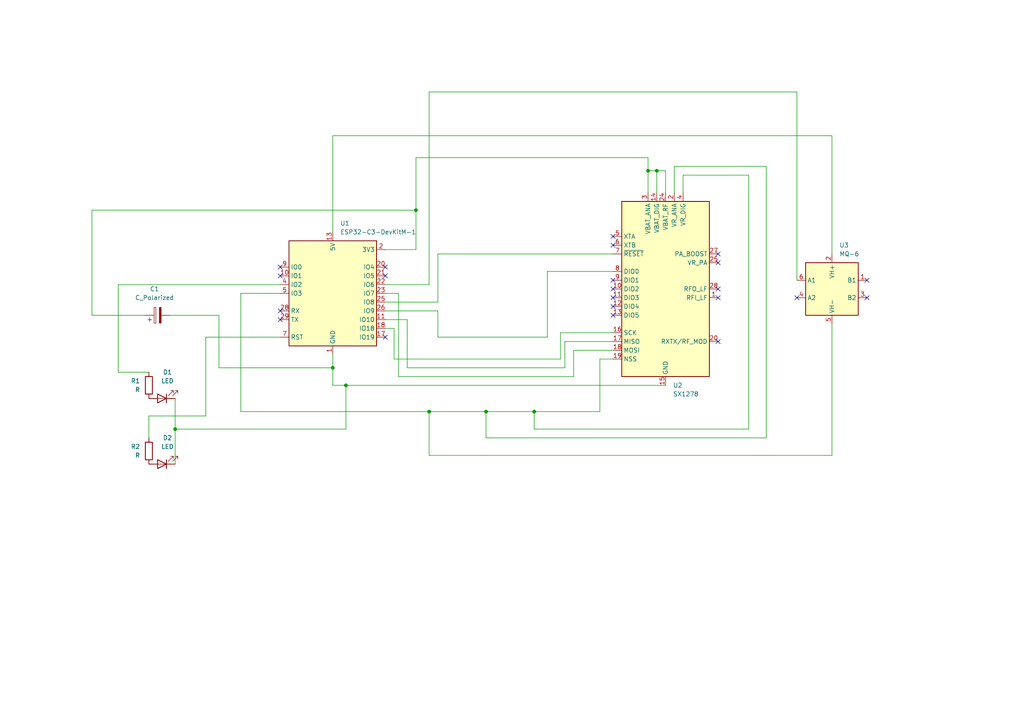
<source format=kicad_sch>
(kicad_sch
	(version 20250114)
	(generator "eeschema")
	(generator_version "9.0")
	(uuid "a9b1eb6c-1887-43d9-a23c-7c079296b51e")
	(paper "A4")
	(title_block
		(date "2026-01-09")
	)
	(lib_symbols
		(symbol "Device:C_Polarized"
			(pin_numbers
				(hide yes)
			)
			(pin_names
				(offset 0.254)
			)
			(exclude_from_sim no)
			(in_bom yes)
			(on_board yes)
			(property "Reference" "C"
				(at 0.635 2.54 0)
				(effects
					(font
						(size 1.27 1.27)
					)
					(justify left)
				)
			)
			(property "Value" "C_Polarized"
				(at 0.635 -2.54 0)
				(effects
					(font
						(size 1.27 1.27)
					)
					(justify left)
				)
			)
			(property "Footprint" ""
				(at 0.9652 -3.81 0)
				(effects
					(font
						(size 1.27 1.27)
					)
					(hide yes)
				)
			)
			(property "Datasheet" "~"
				(at 0 0 0)
				(effects
					(font
						(size 1.27 1.27)
					)
					(hide yes)
				)
			)
			(property "Description" "Polarized capacitor"
				(at 0 0 0)
				(effects
					(font
						(size 1.27 1.27)
					)
					(hide yes)
				)
			)
			(property "ki_keywords" "cap capacitor"
				(at 0 0 0)
				(effects
					(font
						(size 1.27 1.27)
					)
					(hide yes)
				)
			)
			(property "ki_fp_filters" "CP_*"
				(at 0 0 0)
				(effects
					(font
						(size 1.27 1.27)
					)
					(hide yes)
				)
			)
			(symbol "C_Polarized_0_1"
				(rectangle
					(start -2.286 0.508)
					(end 2.286 1.016)
					(stroke
						(width 0)
						(type default)
					)
					(fill
						(type none)
					)
				)
				(polyline
					(pts
						(xy -1.778 2.286) (xy -0.762 2.286)
					)
					(stroke
						(width 0)
						(type default)
					)
					(fill
						(type none)
					)
				)
				(polyline
					(pts
						(xy -1.27 2.794) (xy -1.27 1.778)
					)
					(stroke
						(width 0)
						(type default)
					)
					(fill
						(type none)
					)
				)
				(rectangle
					(start 2.286 -0.508)
					(end -2.286 -1.016)
					(stroke
						(width 0)
						(type default)
					)
					(fill
						(type outline)
					)
				)
			)
			(symbol "C_Polarized_1_1"
				(pin passive line
					(at 0 3.81 270)
					(length 2.794)
					(name "~"
						(effects
							(font
								(size 1.27 1.27)
							)
						)
					)
					(number "1"
						(effects
							(font
								(size 1.27 1.27)
							)
						)
					)
				)
				(pin passive line
					(at 0 -3.81 90)
					(length 2.794)
					(name "~"
						(effects
							(font
								(size 1.27 1.27)
							)
						)
					)
					(number "2"
						(effects
							(font
								(size 1.27 1.27)
							)
						)
					)
				)
			)
			(embedded_fonts no)
		)
		(symbol "Device:LED"
			(pin_numbers
				(hide yes)
			)
			(pin_names
				(offset 1.016)
				(hide yes)
			)
			(exclude_from_sim no)
			(in_bom yes)
			(on_board yes)
			(property "Reference" "D"
				(at 0 2.54 0)
				(effects
					(font
						(size 1.27 1.27)
					)
				)
			)
			(property "Value" "LED"
				(at 0 -2.54 0)
				(effects
					(font
						(size 1.27 1.27)
					)
				)
			)
			(property "Footprint" ""
				(at 0 0 0)
				(effects
					(font
						(size 1.27 1.27)
					)
					(hide yes)
				)
			)
			(property "Datasheet" "~"
				(at 0 0 0)
				(effects
					(font
						(size 1.27 1.27)
					)
					(hide yes)
				)
			)
			(property "Description" "Light emitting diode"
				(at 0 0 0)
				(effects
					(font
						(size 1.27 1.27)
					)
					(hide yes)
				)
			)
			(property "Sim.Pins" "1=K 2=A"
				(at 0 0 0)
				(effects
					(font
						(size 1.27 1.27)
					)
					(hide yes)
				)
			)
			(property "ki_keywords" "LED diode"
				(at 0 0 0)
				(effects
					(font
						(size 1.27 1.27)
					)
					(hide yes)
				)
			)
			(property "ki_fp_filters" "LED* LED_SMD:* LED_THT:*"
				(at 0 0 0)
				(effects
					(font
						(size 1.27 1.27)
					)
					(hide yes)
				)
			)
			(symbol "LED_0_1"
				(polyline
					(pts
						(xy -3.048 -0.762) (xy -4.572 -2.286) (xy -3.81 -2.286) (xy -4.572 -2.286) (xy -4.572 -1.524)
					)
					(stroke
						(width 0)
						(type default)
					)
					(fill
						(type none)
					)
				)
				(polyline
					(pts
						(xy -1.778 -0.762) (xy -3.302 -2.286) (xy -2.54 -2.286) (xy -3.302 -2.286) (xy -3.302 -1.524)
					)
					(stroke
						(width 0)
						(type default)
					)
					(fill
						(type none)
					)
				)
				(polyline
					(pts
						(xy -1.27 0) (xy 1.27 0)
					)
					(stroke
						(width 0)
						(type default)
					)
					(fill
						(type none)
					)
				)
				(polyline
					(pts
						(xy -1.27 -1.27) (xy -1.27 1.27)
					)
					(stroke
						(width 0.254)
						(type default)
					)
					(fill
						(type none)
					)
				)
				(polyline
					(pts
						(xy 1.27 -1.27) (xy 1.27 1.27) (xy -1.27 0) (xy 1.27 -1.27)
					)
					(stroke
						(width 0.254)
						(type default)
					)
					(fill
						(type none)
					)
				)
			)
			(symbol "LED_1_1"
				(pin passive line
					(at -3.81 0 0)
					(length 2.54)
					(name "K"
						(effects
							(font
								(size 1.27 1.27)
							)
						)
					)
					(number "1"
						(effects
							(font
								(size 1.27 1.27)
							)
						)
					)
				)
				(pin passive line
					(at 3.81 0 180)
					(length 2.54)
					(name "A"
						(effects
							(font
								(size 1.27 1.27)
							)
						)
					)
					(number "2"
						(effects
							(font
								(size 1.27 1.27)
							)
						)
					)
				)
			)
			(embedded_fonts no)
		)
		(symbol "Device:R"
			(pin_numbers
				(hide yes)
			)
			(pin_names
				(offset 0)
			)
			(exclude_from_sim no)
			(in_bom yes)
			(on_board yes)
			(property "Reference" "R"
				(at 2.032 0 90)
				(effects
					(font
						(size 1.27 1.27)
					)
				)
			)
			(property "Value" "R"
				(at 0 0 90)
				(effects
					(font
						(size 1.27 1.27)
					)
				)
			)
			(property "Footprint" ""
				(at -1.778 0 90)
				(effects
					(font
						(size 1.27 1.27)
					)
					(hide yes)
				)
			)
			(property "Datasheet" "~"
				(at 0 0 0)
				(effects
					(font
						(size 1.27 1.27)
					)
					(hide yes)
				)
			)
			(property "Description" "Resistor"
				(at 0 0 0)
				(effects
					(font
						(size 1.27 1.27)
					)
					(hide yes)
				)
			)
			(property "ki_keywords" "R res resistor"
				(at 0 0 0)
				(effects
					(font
						(size 1.27 1.27)
					)
					(hide yes)
				)
			)
			(property "ki_fp_filters" "R_*"
				(at 0 0 0)
				(effects
					(font
						(size 1.27 1.27)
					)
					(hide yes)
				)
			)
			(symbol "R_0_1"
				(rectangle
					(start -1.016 -2.54)
					(end 1.016 2.54)
					(stroke
						(width 0.254)
						(type default)
					)
					(fill
						(type none)
					)
				)
			)
			(symbol "R_1_1"
				(pin passive line
					(at 0 3.81 270)
					(length 1.27)
					(name "~"
						(effects
							(font
								(size 1.27 1.27)
							)
						)
					)
					(number "1"
						(effects
							(font
								(size 1.27 1.27)
							)
						)
					)
				)
				(pin passive line
					(at 0 -3.81 90)
					(length 1.27)
					(name "~"
						(effects
							(font
								(size 1.27 1.27)
							)
						)
					)
					(number "2"
						(effects
							(font
								(size 1.27 1.27)
							)
						)
					)
				)
			)
			(embedded_fonts no)
		)
		(symbol "RF:SX1278"
			(exclude_from_sim no)
			(in_bom yes)
			(on_board yes)
			(property "Reference" "U"
				(at 13.97 24.13 0)
				(effects
					(font
						(size 1.27 1.27)
					)
					(justify left)
				)
			)
			(property "Value" "SX1278"
				(at 13.97 21.59 0)
				(effects
					(font
						(size 1.27 1.27)
					)
					(justify left)
				)
			)
			(property "Footprint" "Package_DFN_QFN:QFN-28-1EP_6x6mm_P0.65mm_EP4.8x4.8mm"
				(at 0 -7.62 0)
				(effects
					(font
						(size 1.27 1.27)
					)
					(hide yes)
				)
			)
			(property "Datasheet" "https://semtech.my.salesforce.com/sfc/p/#E0000000JelG/a/2R0000001Rbr/6EfVZUorrpoKFfvaF_Fkpgp5kzjiNyiAbqcpqh9qSjE"
				(at 0 -5.08 0)
				(effects
					(font
						(size 1.27 1.27)
					)
					(hide yes)
				)
			)
			(property "Description" "137 MHz to 525 MHz Low Power Long Range Transceiver, spreading factor from 6 to 12, LoRA, QFN-28"
				(at 0 0 0)
				(effects
					(font
						(size 1.27 1.27)
					)
					(hide yes)
				)
			)
			(property "ki_keywords" "low-power lora transceiver"
				(at 0 0 0)
				(effects
					(font
						(size 1.27 1.27)
					)
					(hide yes)
				)
			)
			(property "ki_fp_filters" "QFN*1EP*6x6mm*P0.65mm*"
				(at 0 0 0)
				(effects
					(font
						(size 1.27 1.27)
					)
					(hide yes)
				)
			)
			(symbol "SX1278_0_1"
				(rectangle
					(start -12.7 25.4)
					(end 12.7 -25.4)
					(stroke
						(width 0.254)
						(type default)
					)
					(fill
						(type background)
					)
				)
			)
			(symbol "SX1278_1_1"
				(pin bidirectional line
					(at -15.24 15.24 0)
					(length 2.54)
					(name "XTA"
						(effects
							(font
								(size 1.27 1.27)
							)
						)
					)
					(number "5"
						(effects
							(font
								(size 1.27 1.27)
							)
						)
					)
				)
				(pin bidirectional line
					(at -15.24 12.7 0)
					(length 2.54)
					(name "XTB"
						(effects
							(font
								(size 1.27 1.27)
							)
						)
					)
					(number "6"
						(effects
							(font
								(size 1.27 1.27)
							)
						)
					)
				)
				(pin input line
					(at -15.24 10.16 0)
					(length 2.54)
					(name "~{RESET}"
						(effects
							(font
								(size 1.27 1.27)
							)
						)
					)
					(number "7"
						(effects
							(font
								(size 1.27 1.27)
							)
						)
					)
				)
				(pin bidirectional line
					(at -15.24 5.08 0)
					(length 2.54)
					(name "DIO0"
						(effects
							(font
								(size 1.27 1.27)
							)
						)
					)
					(number "8"
						(effects
							(font
								(size 1.27 1.27)
							)
						)
					)
				)
				(pin bidirectional line
					(at -15.24 2.54 0)
					(length 2.54)
					(name "DIO1"
						(effects
							(font
								(size 1.27 1.27)
							)
						)
					)
					(number "9"
						(effects
							(font
								(size 1.27 1.27)
							)
						)
					)
				)
				(pin bidirectional line
					(at -15.24 0 0)
					(length 2.54)
					(name "DIO2"
						(effects
							(font
								(size 1.27 1.27)
							)
						)
					)
					(number "10"
						(effects
							(font
								(size 1.27 1.27)
							)
						)
					)
				)
				(pin bidirectional line
					(at -15.24 -2.54 0)
					(length 2.54)
					(name "DIO3"
						(effects
							(font
								(size 1.27 1.27)
							)
						)
					)
					(number "11"
						(effects
							(font
								(size 1.27 1.27)
							)
						)
					)
				)
				(pin bidirectional line
					(at -15.24 -5.08 0)
					(length 2.54)
					(name "DIO4"
						(effects
							(font
								(size 1.27 1.27)
							)
						)
					)
					(number "12"
						(effects
							(font
								(size 1.27 1.27)
							)
						)
					)
				)
				(pin bidirectional line
					(at -15.24 -7.62 0)
					(length 2.54)
					(name "DIO5"
						(effects
							(font
								(size 1.27 1.27)
							)
						)
					)
					(number "13"
						(effects
							(font
								(size 1.27 1.27)
							)
						)
					)
				)
				(pin input line
					(at -15.24 -12.7 0)
					(length 2.54)
					(name "SCK"
						(effects
							(font
								(size 1.27 1.27)
							)
						)
					)
					(number "16"
						(effects
							(font
								(size 1.27 1.27)
							)
						)
					)
				)
				(pin output line
					(at -15.24 -15.24 0)
					(length 2.54)
					(name "MISO"
						(effects
							(font
								(size 1.27 1.27)
							)
						)
					)
					(number "17"
						(effects
							(font
								(size 1.27 1.27)
							)
						)
					)
				)
				(pin input line
					(at -15.24 -17.78 0)
					(length 2.54)
					(name "MOSI"
						(effects
							(font
								(size 1.27 1.27)
							)
						)
					)
					(number "18"
						(effects
							(font
								(size 1.27 1.27)
							)
						)
					)
				)
				(pin input line
					(at -15.24 -20.32 0)
					(length 2.54)
					(name "NSS"
						(effects
							(font
								(size 1.27 1.27)
							)
						)
					)
					(number "19"
						(effects
							(font
								(size 1.27 1.27)
							)
						)
					)
				)
				(pin power_in line
					(at -5.08 27.94 270)
					(length 2.54)
					(name "VBAT_ANA"
						(effects
							(font
								(size 1.27 1.27)
							)
						)
					)
					(number "3"
						(effects
							(font
								(size 1.27 1.27)
							)
						)
					)
				)
				(pin power_in line
					(at -2.54 27.94 270)
					(length 2.54)
					(name "VBAT_DIG"
						(effects
							(font
								(size 1.27 1.27)
							)
						)
					)
					(number "14"
						(effects
							(font
								(size 1.27 1.27)
							)
						)
					)
				)
				(pin power_in line
					(at 0 27.94 270)
					(length 2.54)
					(name "VBAT_RF"
						(effects
							(font
								(size 1.27 1.27)
							)
						)
					)
					(number "24"
						(effects
							(font
								(size 1.27 1.27)
							)
						)
					)
				)
				(pin power_in line
					(at 0 -27.94 90)
					(length 2.54)
					(name "GND"
						(effects
							(font
								(size 1.27 1.27)
							)
						)
					)
					(number "15"
						(effects
							(font
								(size 1.27 1.27)
							)
						)
					)
				)
				(pin passive line
					(at 0 -27.94 90)
					(length 2.54)
					(hide yes)
					(name "GND"
						(effects
							(font
								(size 1.27 1.27)
							)
						)
					)
					(number "21"
						(effects
							(font
								(size 1.27 1.27)
							)
						)
					)
				)
				(pin passive line
					(at 0 -27.94 90)
					(length 2.54)
					(hide yes)
					(name "GND"
						(effects
							(font
								(size 1.27 1.27)
							)
						)
					)
					(number "22"
						(effects
							(font
								(size 1.27 1.27)
							)
						)
					)
				)
				(pin passive line
					(at 0 -27.94 90)
					(length 2.54)
					(hide yes)
					(name "GND"
						(effects
							(font
								(size 1.27 1.27)
							)
						)
					)
					(number "23"
						(effects
							(font
								(size 1.27 1.27)
							)
						)
					)
				)
				(pin passive line
					(at 0 -27.94 90)
					(length 2.54)
					(hide yes)
					(name "GND"
						(effects
							(font
								(size 1.27 1.27)
							)
						)
					)
					(number "26"
						(effects
							(font
								(size 1.27 1.27)
							)
						)
					)
				)
				(pin passive line
					(at 0 -27.94 90)
					(length 2.54)
					(hide yes)
					(name "GND"
						(effects
							(font
								(size 1.27 1.27)
							)
						)
					)
					(number "29"
						(effects
							(font
								(size 1.27 1.27)
							)
						)
					)
				)
				(pin power_in line
					(at 2.54 27.94 270)
					(length 2.54)
					(name "VR_ANA"
						(effects
							(font
								(size 1.27 1.27)
							)
						)
					)
					(number "2"
						(effects
							(font
								(size 1.27 1.27)
							)
						)
					)
				)
				(pin power_in line
					(at 5.08 27.94 270)
					(length 2.54)
					(name "VR_DIG"
						(effects
							(font
								(size 1.27 1.27)
							)
						)
					)
					(number "4"
						(effects
							(font
								(size 1.27 1.27)
							)
						)
					)
				)
				(pin power_out line
					(at 15.24 10.16 180)
					(length 2.54)
					(name "PA_BOOST"
						(effects
							(font
								(size 1.27 1.27)
							)
						)
					)
					(number "27"
						(effects
							(font
								(size 1.27 1.27)
							)
						)
					)
				)
				(pin power_out line
					(at 15.24 7.62 180)
					(length 2.54)
					(name "VR_PA"
						(effects
							(font
								(size 1.27 1.27)
							)
						)
					)
					(number "25"
						(effects
							(font
								(size 1.27 1.27)
							)
						)
					)
				)
				(pin output line
					(at 15.24 0 180)
					(length 2.54)
					(name "RFO_LF"
						(effects
							(font
								(size 1.27 1.27)
							)
						)
					)
					(number "28"
						(effects
							(font
								(size 1.27 1.27)
							)
						)
					)
				)
				(pin input line
					(at 15.24 -2.54 180)
					(length 2.54)
					(name "RFI_LF"
						(effects
							(font
								(size 1.27 1.27)
							)
						)
					)
					(number "1"
						(effects
							(font
								(size 1.27 1.27)
							)
						)
					)
				)
				(pin output line
					(at 15.24 -15.24 180)
					(length 2.54)
					(name "RXTX/RF_MOD"
						(effects
							(font
								(size 1.27 1.27)
							)
						)
					)
					(number "20"
						(effects
							(font
								(size 1.27 1.27)
							)
						)
					)
				)
			)
			(embedded_fonts no)
		)
		(symbol "RF_Module:ESP32-C3-DevKitM-1"
			(exclude_from_sim no)
			(in_bom yes)
			(on_board yes)
			(property "Reference" "U"
				(at 7.62 16.51 0)
				(effects
					(font
						(size 1.27 1.27)
					)
				)
			)
			(property "Value" "ESP32-C3-DevKitM-1"
				(at 11.684 -16.764 0)
				(effects
					(font
						(size 1.27 1.27)
					)
				)
			)
			(property "Footprint" "RF_Module:ESP32-C3-DevKitM-1"
				(at 0 -25.4 0)
				(effects
					(font
						(size 1.27 1.27)
					)
					(hide yes)
				)
			)
			(property "Datasheet" "https://docs.espressif.com/projects/esp-idf/en/latest/esp32c3/hw-reference/esp32c3/user-guide-devkitm-1.html"
				(at 0 -30.48 0)
				(effects
					(font
						(size 1.27 1.27)
					)
					(hide yes)
				)
			)
			(property "Description" "Development board featuring ESP32-C3-MINI-1 module"
				(at 0 -27.94 0)
				(effects
					(font
						(size 1.27 1.27)
					)
					(hide yes)
				)
			)
			(property "ki_keywords" "riscv wifi bluetooth ble"
				(at 0 0 0)
				(effects
					(font
						(size 1.27 1.27)
					)
					(hide yes)
				)
			)
			(property "ki_fp_filters" "*ESP32?C3?DevKitM?1*"
				(at 0 0 0)
				(effects
					(font
						(size 1.27 1.27)
					)
					(hide yes)
				)
			)
			(symbol "ESP32-C3-DevKitM-1_1_1"
				(rectangle
					(start -12.7 15.24)
					(end 12.7 -15.24)
					(stroke
						(width 0.254)
						(type default)
					)
					(fill
						(type background)
					)
				)
				(pin bidirectional line
					(at -15.24 7.62 0)
					(length 2.54)
					(name "IO0"
						(effects
							(font
								(size 1.27 1.27)
							)
						)
					)
					(number "9"
						(effects
							(font
								(size 1.27 1.27)
							)
						)
					)
					(alternate "ADC1_CH0" passive line)
					(alternate "XTAL_32K_P" passive line)
				)
				(pin bidirectional line
					(at -15.24 5.08 0)
					(length 2.54)
					(name "IO1"
						(effects
							(font
								(size 1.27 1.27)
							)
						)
					)
					(number "10"
						(effects
							(font
								(size 1.27 1.27)
							)
						)
					)
					(alternate "ADC1_CH1" passive line)
					(alternate "XTAL_32K_N" passive line)
				)
				(pin bidirectional line
					(at -15.24 2.54 0)
					(length 2.54)
					(name "IO2"
						(effects
							(font
								(size 1.27 1.27)
							)
						)
					)
					(number "4"
						(effects
							(font
								(size 1.27 1.27)
							)
						)
					)
					(alternate "ADC1_CH0" passive line)
					(alternate "FSPIQ" passive line)
				)
				(pin bidirectional line
					(at -15.24 0 0)
					(length 2.54)
					(name "IO3"
						(effects
							(font
								(size 1.27 1.27)
							)
						)
					)
					(number "5"
						(effects
							(font
								(size 1.27 1.27)
							)
						)
					)
					(alternate "ADC1_CH3" passive line)
				)
				(pin input line
					(at -15.24 -5.08 0)
					(length 2.54)
					(name "RX"
						(effects
							(font
								(size 1.27 1.27)
							)
						)
					)
					(number "28"
						(effects
							(font
								(size 1.27 1.27)
							)
						)
					)
					(alternate "IO20" passive line)
				)
				(pin output line
					(at -15.24 -7.62 0)
					(length 2.54)
					(name "TX"
						(effects
							(font
								(size 1.27 1.27)
							)
						)
					)
					(number "29"
						(effects
							(font
								(size 1.27 1.27)
							)
						)
					)
					(alternate "IO21" passive line)
				)
				(pin input line
					(at -15.24 -12.7 0)
					(length 2.54)
					(name "RST"
						(effects
							(font
								(size 1.27 1.27)
							)
						)
					)
					(number "7"
						(effects
							(font
								(size 1.27 1.27)
							)
						)
					)
				)
				(pin passive line
					(at 0 17.78 270)
					(length 2.54)
					(name "5V"
						(effects
							(font
								(size 1.27 1.27)
							)
						)
					)
					(number "13"
						(effects
							(font
								(size 1.27 1.27)
							)
						)
					)
				)
				(pin passive line
					(at 0 17.78 270)
					(length 2.54)
					(hide yes)
					(name "5V"
						(effects
							(font
								(size 1.27 1.27)
							)
						)
					)
					(number "14"
						(effects
							(font
								(size 1.27 1.27)
							)
						)
					)
				)
				(pin power_in line
					(at 0 -17.78 90)
					(length 2.54)
					(name "GND"
						(effects
							(font
								(size 1.27 1.27)
							)
						)
					)
					(number "1"
						(effects
							(font
								(size 1.27 1.27)
							)
						)
					)
				)
				(pin passive line
					(at 0 -17.78 90)
					(length 2.54)
					(hide yes)
					(name "GND"
						(effects
							(font
								(size 1.27 1.27)
							)
						)
					)
					(number "12"
						(effects
							(font
								(size 1.27 1.27)
							)
						)
					)
				)
				(pin passive line
					(at 0 -17.78 90)
					(length 2.54)
					(hide yes)
					(name "GND"
						(effects
							(font
								(size 1.27 1.27)
							)
						)
					)
					(number "15"
						(effects
							(font
								(size 1.27 1.27)
							)
						)
					)
				)
				(pin passive line
					(at 0 -17.78 90)
					(length 2.54)
					(hide yes)
					(name "GND"
						(effects
							(font
								(size 1.27 1.27)
							)
						)
					)
					(number "16"
						(effects
							(font
								(size 1.27 1.27)
							)
						)
					)
				)
				(pin passive line
					(at 0 -17.78 90)
					(length 2.54)
					(hide yes)
					(name "GND"
						(effects
							(font
								(size 1.27 1.27)
							)
						)
					)
					(number "19"
						(effects
							(font
								(size 1.27 1.27)
							)
						)
					)
				)
				(pin passive line
					(at 0 -17.78 90)
					(length 2.54)
					(hide yes)
					(name "GND"
						(effects
							(font
								(size 1.27 1.27)
							)
						)
					)
					(number "24"
						(effects
							(font
								(size 1.27 1.27)
							)
						)
					)
				)
				(pin passive line
					(at 0 -17.78 90)
					(length 2.54)
					(hide yes)
					(name "GND"
						(effects
							(font
								(size 1.27 1.27)
							)
						)
					)
					(number "27"
						(effects
							(font
								(size 1.27 1.27)
							)
						)
					)
				)
				(pin passive line
					(at 0 -17.78 90)
					(length 2.54)
					(hide yes)
					(name "GND"
						(effects
							(font
								(size 1.27 1.27)
							)
						)
					)
					(number "30"
						(effects
							(font
								(size 1.27 1.27)
							)
						)
					)
				)
				(pin passive line
					(at 0 -17.78 90)
					(length 2.54)
					(hide yes)
					(name "GND"
						(effects
							(font
								(size 1.27 1.27)
							)
						)
					)
					(number "6"
						(effects
							(font
								(size 1.27 1.27)
							)
						)
					)
				)
				(pin passive line
					(at 0 -17.78 90)
					(length 2.54)
					(hide yes)
					(name "GND"
						(effects
							(font
								(size 1.27 1.27)
							)
						)
					)
					(number "8"
						(effects
							(font
								(size 1.27 1.27)
							)
						)
					)
				)
				(pin power_out line
					(at 15.24 12.7 180)
					(length 2.54)
					(name "3V3"
						(effects
							(font
								(size 1.27 1.27)
							)
						)
					)
					(number "2"
						(effects
							(font
								(size 1.27 1.27)
							)
						)
					)
				)
				(pin passive line
					(at 15.24 12.7 180)
					(length 2.54)
					(hide yes)
					(name "3V3"
						(effects
							(font
								(size 1.27 1.27)
							)
						)
					)
					(number "3"
						(effects
							(font
								(size 1.27 1.27)
							)
						)
					)
				)
				(pin bidirectional line
					(at 15.24 7.62 180)
					(length 2.54)
					(name "IO4"
						(effects
							(font
								(size 1.27 1.27)
							)
						)
					)
					(number "20"
						(effects
							(font
								(size 1.27 1.27)
							)
						)
					)
					(alternate "ADC1_CH4" passive line)
					(alternate "FSPIHD" passive line)
					(alternate "MTMS" passive line)
				)
				(pin bidirectional line
					(at 15.24 5.08 180)
					(length 2.54)
					(name "IO5"
						(effects
							(font
								(size 1.27 1.27)
							)
						)
					)
					(number "21"
						(effects
							(font
								(size 1.27 1.27)
							)
						)
					)
					(alternate "ADC2_CH0" passive line)
					(alternate "FSPIWP" passive line)
					(alternate "MTDI" passive line)
				)
				(pin bidirectional line
					(at 15.24 2.54 180)
					(length 2.54)
					(name "IO6"
						(effects
							(font
								(size 1.27 1.27)
							)
						)
					)
					(number "22"
						(effects
							(font
								(size 1.27 1.27)
							)
						)
					)
					(alternate "FSPICLK" passive line)
					(alternate "MTCK" passive line)
				)
				(pin bidirectional line
					(at 15.24 0 180)
					(length 2.54)
					(name "IO7"
						(effects
							(font
								(size 1.27 1.27)
							)
						)
					)
					(number "23"
						(effects
							(font
								(size 1.27 1.27)
							)
						)
					)
					(alternate "FSPID" passive line)
					(alternate "MTDO" passive line)
				)
				(pin bidirectional line
					(at 15.24 -2.54 180)
					(length 2.54)
					(name "IO8"
						(effects
							(font
								(size 1.27 1.27)
							)
						)
					)
					(number "25"
						(effects
							(font
								(size 1.27 1.27)
							)
						)
					)
				)
				(pin bidirectional line
					(at 15.24 -5.08 180)
					(length 2.54)
					(name "IO9"
						(effects
							(font
								(size 1.27 1.27)
							)
						)
					)
					(number "26"
						(effects
							(font
								(size 1.27 1.27)
							)
						)
					)
				)
				(pin bidirectional line
					(at 15.24 -7.62 180)
					(length 2.54)
					(name "IO10"
						(effects
							(font
								(size 1.27 1.27)
							)
						)
					)
					(number "11"
						(effects
							(font
								(size 1.27 1.27)
							)
						)
					)
					(alternate "FSPICS0" passive line)
				)
				(pin bidirectional line
					(at 15.24 -10.16 180)
					(length 2.54)
					(name "IO18"
						(effects
							(font
								(size 1.27 1.27)
							)
						)
					)
					(number "18"
						(effects
							(font
								(size 1.27 1.27)
							)
						)
					)
					(alternate "USB_D-" passive line)
				)
				(pin bidirectional line
					(at 15.24 -12.7 180)
					(length 2.54)
					(name "IO19"
						(effects
							(font
								(size 1.27 1.27)
							)
						)
					)
					(number "17"
						(effects
							(font
								(size 1.27 1.27)
							)
						)
					)
					(alternate "USB_D+" passive line)
				)
			)
			(embedded_fonts no)
		)
		(symbol "Sensor_Gas:MQ-6"
			(exclude_from_sim no)
			(in_bom yes)
			(on_board yes)
			(property "Reference" "U"
				(at -6.35 8.89 0)
				(effects
					(font
						(size 1.27 1.27)
					)
				)
			)
			(property "Value" "MQ-6"
				(at 3.81 8.89 0)
				(effects
					(font
						(size 1.27 1.27)
					)
				)
			)
			(property "Footprint" "Sensor:MQ-6"
				(at 1.27 -11.43 0)
				(effects
					(font
						(size 1.27 1.27)
					)
					(hide yes)
				)
			)
			(property "Datasheet" "https://www.winsen-sensor.com/d/files/semiconductor/mq-6.pdf"
				(at 0 6.35 0)
				(effects
					(font
						(size 1.27 1.27)
					)
					(hide yes)
				)
			)
			(property "Description" "Semiconductor Sensor for Flammable Gas"
				(at 0 0 0)
				(effects
					(font
						(size 1.27 1.27)
					)
					(hide yes)
				)
			)
			(property "ki_keywords" "flammable gas sensor LPG"
				(at 0 0 0)
				(effects
					(font
						(size 1.27 1.27)
					)
					(hide yes)
				)
			)
			(property "ki_fp_filters" "*MQ*6*"
				(at 0 0 0)
				(effects
					(font
						(size 1.27 1.27)
					)
					(hide yes)
				)
			)
			(symbol "MQ-6_0_1"
				(rectangle
					(start -7.62 7.62)
					(end 7.62 -7.62)
					(stroke
						(width 0.254)
						(type default)
					)
					(fill
						(type background)
					)
				)
			)
			(symbol "MQ-6_1_1"
				(pin passive line
					(at -10.16 2.54 0)
					(length 2.54)
					(name "A1"
						(effects
							(font
								(size 1.27 1.27)
							)
						)
					)
					(number "6"
						(effects
							(font
								(size 1.27 1.27)
							)
						)
					)
				)
				(pin passive line
					(at -10.16 -2.54 0)
					(length 2.54)
					(name "A2"
						(effects
							(font
								(size 1.27 1.27)
							)
						)
					)
					(number "4"
						(effects
							(font
								(size 1.27 1.27)
							)
						)
					)
				)
				(pin power_in line
					(at 0 10.16 270)
					(length 2.54)
					(name "VH+"
						(effects
							(font
								(size 1.27 1.27)
							)
						)
					)
					(number "2"
						(effects
							(font
								(size 1.27 1.27)
							)
						)
					)
				)
				(pin power_in line
					(at 0 -10.16 90)
					(length 2.54)
					(name "VH-"
						(effects
							(font
								(size 1.27 1.27)
							)
						)
					)
					(number "5"
						(effects
							(font
								(size 1.27 1.27)
							)
						)
					)
				)
				(pin passive line
					(at 10.16 2.54 180)
					(length 2.54)
					(name "B1"
						(effects
							(font
								(size 1.27 1.27)
							)
						)
					)
					(number "1"
						(effects
							(font
								(size 1.27 1.27)
							)
						)
					)
				)
				(pin passive line
					(at 10.16 -2.54 180)
					(length 2.54)
					(name "B2"
						(effects
							(font
								(size 1.27 1.27)
							)
						)
					)
					(number "3"
						(effects
							(font
								(size 1.27 1.27)
							)
						)
					)
				)
			)
			(embedded_fonts no)
		)
	)
	(junction
		(at 154.94 119.38)
		(diameter 0)
		(color 0 0 0 0)
		(uuid "23d288e4-67ad-4fba-b301-03da6eaee9ad")
	)
	(junction
		(at 140.97 119.38)
		(diameter 0)
		(color 0 0 0 0)
		(uuid "4d7b7c88-2810-4565-a7cc-0e3bd2dceedf")
	)
	(junction
		(at 120.65 60.96)
		(diameter 0)
		(color 0 0 0 0)
		(uuid "66367d11-8043-4e3f-9e90-9ba9a0ea5a5f")
	)
	(junction
		(at 50.8 124.46)
		(diameter 0)
		(color 0 0 0 0)
		(uuid "66da4b71-62c5-4bd1-977c-1a92328e52bf")
	)
	(junction
		(at 187.96 49.53)
		(diameter 0)
		(color 0 0 0 0)
		(uuid "88a09ae7-af53-42e7-a3a7-4adada17b04c")
	)
	(junction
		(at 96.52 106.68)
		(diameter 0)
		(color 0 0 0 0)
		(uuid "987e7228-af01-4b98-b477-140875f35e01")
	)
	(junction
		(at 190.5 49.53)
		(diameter 0)
		(color 0 0 0 0)
		(uuid "9ce93b41-bc5a-4573-b6ab-12da79bb67a3")
	)
	(junction
		(at 124.46 119.38)
		(diameter 0)
		(color 0 0 0 0)
		(uuid "a14531b7-3d64-45fa-8a55-e8fe1c7bc4e2")
	)
	(junction
		(at 100.33 111.76)
		(diameter 0)
		(color 0 0 0 0)
		(uuid "ed3b53a7-b92b-4734-a1a7-bc2aff1d8da1")
	)
	(no_connect
		(at 231.14 86.36)
		(uuid "0bef2e13-2ee0-4f7a-a264-521f067d931b")
	)
	(no_connect
		(at 208.28 99.06)
		(uuid "0c9fe169-5c78-46f0-844c-c5d84c9ebc35")
	)
	(no_connect
		(at 251.46 81.28)
		(uuid "13f65c5c-b18d-4587-9175-c7bf845000a6")
	)
	(no_connect
		(at 177.8 71.12)
		(uuid "142a9306-461b-4a5f-bcd2-9ca305e5f805")
	)
	(no_connect
		(at 81.28 77.47)
		(uuid "18525a9a-ba30-498a-97fb-1a3371d409cb")
	)
	(no_connect
		(at 177.8 91.44)
		(uuid "1e7123cc-135e-442c-a278-942938fd1399")
	)
	(no_connect
		(at 177.8 83.82)
		(uuid "2cb637ac-a947-4b83-aebf-8208b0f68c06")
	)
	(no_connect
		(at 177.8 68.58)
		(uuid "33cfc057-9407-410a-a301-d1e54b920bf9")
	)
	(no_connect
		(at 111.76 77.47)
		(uuid "3e0651c3-05cd-44c5-b9a6-20b5766e43fd")
	)
	(no_connect
		(at 111.76 97.79)
		(uuid "3e6ecd61-c479-4b5c-95e5-dbe4d0ca711e")
	)
	(no_connect
		(at 111.76 80.01)
		(uuid "44803d9c-68d3-4ca1-9e72-3df200f72a28")
	)
	(no_connect
		(at 251.46 86.36)
		(uuid "64e24fee-264f-4b3b-8c2b-e6d021aa58aa")
	)
	(no_connect
		(at 208.28 83.82)
		(uuid "6a859e38-e282-425e-a124-91ac19dd8662")
	)
	(no_connect
		(at 177.8 81.28)
		(uuid "95d491f5-d9dc-412c-9ec4-09372d42bb44")
	)
	(no_connect
		(at 177.8 86.36)
		(uuid "a7aa31df-db2b-474f-a811-55be9416f882")
	)
	(no_connect
		(at 81.28 90.17)
		(uuid "b60b9a38-9af5-4230-bacb-dc68ef6b9d52")
	)
	(no_connect
		(at 208.28 86.36)
		(uuid "ba08c6bc-6301-49bd-85ab-fd8bb8097ea9")
	)
	(no_connect
		(at 208.28 73.66)
		(uuid "be7a10d9-859c-4cbc-bdc5-09ea1768df90")
	)
	(no_connect
		(at 81.28 80.01)
		(uuid "d26b64ed-09e3-4a03-8de4-1820065aaab6")
	)
	(no_connect
		(at 177.8 88.9)
		(uuid "e0b61767-228d-4c9e-955a-86fabe6e0a78")
	)
	(no_connect
		(at 208.28 76.2)
		(uuid "e3270c7d-0ab3-4d4d-9008-948640fc4219")
	)
	(no_connect
		(at 81.28 92.71)
		(uuid "f51e4985-c041-4925-b5d5-d1333328ec76")
	)
	(wire
		(pts
			(xy 195.58 55.88) (xy 195.58 48.26)
		)
		(stroke
			(width 0)
			(type default)
		)
		(uuid "012f532c-a157-4662-84ef-fb073d85aa0c")
	)
	(wire
		(pts
			(xy 120.65 45.72) (xy 120.65 60.96)
		)
		(stroke
			(width 0)
			(type default)
		)
		(uuid "049fd36c-a0a0-4795-9618-812ec4e7a958")
	)
	(wire
		(pts
			(xy 118.11 92.71) (xy 111.76 92.71)
		)
		(stroke
			(width 0)
			(type default)
		)
		(uuid "05420c9b-5090-467f-8d24-5bfd873484fb")
	)
	(wire
		(pts
			(xy 177.8 101.6) (xy 166.37 101.6)
		)
		(stroke
			(width 0)
			(type default)
		)
		(uuid "067f2422-0473-4254-a9af-299f5c59f133")
	)
	(wire
		(pts
			(xy 59.69 97.79) (xy 59.69 120.65)
		)
		(stroke
			(width 0)
			(type default)
		)
		(uuid "06b6f26b-9bec-4b45-b4f7-5deb1e4713e6")
	)
	(wire
		(pts
			(xy 158.75 97.79) (xy 127 97.79)
		)
		(stroke
			(width 0)
			(type default)
		)
		(uuid "088a45e9-a784-4307-a977-cc51fa8a61dd")
	)
	(wire
		(pts
			(xy 124.46 119.38) (xy 69.85 119.38)
		)
		(stroke
			(width 0)
			(type default)
		)
		(uuid "09059b25-5193-4e78-a3cc-297142a1882b")
	)
	(wire
		(pts
			(xy 124.46 26.67) (xy 124.46 82.55)
		)
		(stroke
			(width 0)
			(type default)
		)
		(uuid "0b69e457-30ce-4793-866a-612d07d991f9")
	)
	(wire
		(pts
			(xy 190.5 49.53) (xy 187.96 49.53)
		)
		(stroke
			(width 0)
			(type default)
		)
		(uuid "16d79806-f001-4199-8df1-3521284cd7a9")
	)
	(wire
		(pts
			(xy 50.8 124.46) (xy 50.8 134.62)
		)
		(stroke
			(width 0)
			(type default)
		)
		(uuid "25ab53a5-3b83-4947-b779-4a3960cd9654")
	)
	(wire
		(pts
			(xy 124.46 132.08) (xy 124.46 119.38)
		)
		(stroke
			(width 0)
			(type default)
		)
		(uuid "25c3382b-9f48-485c-b523-21c7ab2395c5")
	)
	(wire
		(pts
			(xy 222.25 48.26) (xy 222.25 127)
		)
		(stroke
			(width 0)
			(type default)
		)
		(uuid "26cb19c8-c691-4b38-ad0a-256c26bb10ce")
	)
	(wire
		(pts
			(xy 217.17 124.46) (xy 154.94 124.46)
		)
		(stroke
			(width 0)
			(type default)
		)
		(uuid "28b5ccd8-9f0c-4323-8408-0edd1b29540a")
	)
	(wire
		(pts
			(xy 115.57 85.09) (xy 111.76 85.09)
		)
		(stroke
			(width 0)
			(type default)
		)
		(uuid "2e4037c8-e2e1-4db6-93f6-b122ea9e8eab")
	)
	(wire
		(pts
			(xy 43.18 120.65) (xy 43.18 127)
		)
		(stroke
			(width 0)
			(type default)
		)
		(uuid "30159b81-9202-41ce-8bb2-09e742479774")
	)
	(wire
		(pts
			(xy 198.12 55.88) (xy 198.12 50.8)
		)
		(stroke
			(width 0)
			(type default)
		)
		(uuid "30338049-6239-4300-a1f4-08d44b86125e")
	)
	(wire
		(pts
			(xy 100.33 124.46) (xy 100.33 111.76)
		)
		(stroke
			(width 0)
			(type default)
		)
		(uuid "3546aad5-bbb5-47f4-bd2d-fa28f574a26d")
	)
	(wire
		(pts
			(xy 69.85 119.38) (xy 69.85 85.09)
		)
		(stroke
			(width 0)
			(type default)
		)
		(uuid "35ac9017-57e6-47cd-8175-0fbe29484410")
	)
	(wire
		(pts
			(xy 127 90.17) (xy 111.76 90.17)
		)
		(stroke
			(width 0)
			(type default)
		)
		(uuid "3b3b60b5-cbb0-43eb-a529-c0780da6fcc6")
	)
	(wire
		(pts
			(xy 231.14 26.67) (xy 124.46 26.67)
		)
		(stroke
			(width 0)
			(type default)
		)
		(uuid "3f667755-b21b-437e-b1a0-5db2baa83a6e")
	)
	(wire
		(pts
			(xy 111.76 87.63) (xy 127 87.63)
		)
		(stroke
			(width 0)
			(type default)
		)
		(uuid "3fca4524-4ae9-4c83-8af3-2bb8fe7d3d3c")
	)
	(wire
		(pts
			(xy 120.65 60.96) (xy 120.65 72.39)
		)
		(stroke
			(width 0)
			(type default)
		)
		(uuid "409bd610-b537-46b2-ae50-b2f610d17863")
	)
	(wire
		(pts
			(xy 193.04 49.53) (xy 190.5 49.53)
		)
		(stroke
			(width 0)
			(type default)
		)
		(uuid "45023df6-1244-4f4f-8778-1ce78ac8db63")
	)
	(wire
		(pts
			(xy 158.75 78.74) (xy 158.75 97.79)
		)
		(stroke
			(width 0)
			(type default)
		)
		(uuid "464f8d3b-5449-496e-8b09-d80b3917ca33")
	)
	(wire
		(pts
			(xy 177.8 99.06) (xy 163.83 99.06)
		)
		(stroke
			(width 0)
			(type default)
		)
		(uuid "49fe8a36-a781-43a1-95e3-a0aa266a4fb9")
	)
	(wire
		(pts
			(xy 166.37 101.6) (xy 166.37 109.22)
		)
		(stroke
			(width 0)
			(type default)
		)
		(uuid "4f369de2-def9-4653-b818-5a4e07f33192")
	)
	(wire
		(pts
			(xy 154.94 124.46) (xy 154.94 119.38)
		)
		(stroke
			(width 0)
			(type default)
		)
		(uuid "53bd2f49-6f87-4008-b3c5-251a8e11dfe3")
	)
	(wire
		(pts
			(xy 193.04 55.88) (xy 193.04 49.53)
		)
		(stroke
			(width 0)
			(type default)
		)
		(uuid "556df010-3497-490d-bd6d-c25181870afd")
	)
	(wire
		(pts
			(xy 34.29 82.55) (xy 34.29 107.95)
		)
		(stroke
			(width 0)
			(type default)
		)
		(uuid "556e36c5-9f7e-48b7-a0fc-07f2d175f82d")
	)
	(wire
		(pts
			(xy 231.14 81.28) (xy 231.14 26.67)
		)
		(stroke
			(width 0)
			(type default)
		)
		(uuid "55d7851a-7f09-48f2-83fc-fdaec328cd63")
	)
	(wire
		(pts
			(xy 162.56 96.52) (xy 162.56 104.14)
		)
		(stroke
			(width 0)
			(type default)
		)
		(uuid "576d04a9-1ecf-4a1c-a81d-3959948072cf")
	)
	(wire
		(pts
			(xy 114.3 95.25) (xy 111.76 95.25)
		)
		(stroke
			(width 0)
			(type default)
		)
		(uuid "60822b94-60eb-44b9-a8fd-94c00d85add4")
	)
	(wire
		(pts
			(xy 241.3 132.08) (xy 124.46 132.08)
		)
		(stroke
			(width 0)
			(type default)
		)
		(uuid "62987db8-73bb-4481-a73e-d7c11d4415bc")
	)
	(wire
		(pts
			(xy 154.94 119.38) (xy 140.97 119.38)
		)
		(stroke
			(width 0)
			(type default)
		)
		(uuid "64ec2b6b-a337-4c25-8829-ca1098e2d676")
	)
	(wire
		(pts
			(xy 177.8 96.52) (xy 162.56 96.52)
		)
		(stroke
			(width 0)
			(type default)
		)
		(uuid "65d42794-b978-46e9-83a3-041fb3ec5548")
	)
	(wire
		(pts
			(xy 193.04 111.76) (xy 100.33 111.76)
		)
		(stroke
			(width 0)
			(type default)
		)
		(uuid "67ae6b66-cc32-4f7a-b7a4-65801d642a5c")
	)
	(wire
		(pts
			(xy 120.65 72.39) (xy 111.76 72.39)
		)
		(stroke
			(width 0)
			(type default)
		)
		(uuid "68610f7d-b32b-4e3e-bc12-3d6548d0d63d")
	)
	(wire
		(pts
			(xy 59.69 120.65) (xy 43.18 120.65)
		)
		(stroke
			(width 0)
			(type default)
		)
		(uuid "6add9687-fb85-4821-be39-4c6ab7ba214c")
	)
	(wire
		(pts
			(xy 195.58 48.26) (xy 222.25 48.26)
		)
		(stroke
			(width 0)
			(type default)
		)
		(uuid "6e24d55a-f869-41bd-9140-57ec0305b90e")
	)
	(wire
		(pts
			(xy 173.99 104.14) (xy 173.99 119.38)
		)
		(stroke
			(width 0)
			(type default)
		)
		(uuid "6fb542cd-ef7a-42de-bb46-101267eaa151")
	)
	(wire
		(pts
			(xy 140.97 119.38) (xy 140.97 127)
		)
		(stroke
			(width 0)
			(type default)
		)
		(uuid "70070e19-50ec-44aa-ac87-a87ddbe537cf")
	)
	(wire
		(pts
			(xy 127 73.66) (xy 177.8 73.66)
		)
		(stroke
			(width 0)
			(type default)
		)
		(uuid "705e2dd9-0c32-4c64-adb7-62b3fe443ed0")
	)
	(wire
		(pts
			(xy 81.28 82.55) (xy 34.29 82.55)
		)
		(stroke
			(width 0)
			(type default)
		)
		(uuid "74f5ce3b-c125-48f2-8386-78c1a6f9c9c7")
	)
	(wire
		(pts
			(xy 118.11 106.68) (xy 118.11 92.71)
		)
		(stroke
			(width 0)
			(type default)
		)
		(uuid "77075d69-97ef-4aa5-8328-1a975e850c9c")
	)
	(wire
		(pts
			(xy 163.83 106.68) (xy 118.11 106.68)
		)
		(stroke
			(width 0)
			(type default)
		)
		(uuid "7955f6f2-ea93-4809-82f3-be1d3444f2a0")
	)
	(wire
		(pts
			(xy 81.28 97.79) (xy 59.69 97.79)
		)
		(stroke
			(width 0)
			(type default)
		)
		(uuid "7aa4090c-4e47-4e29-83a1-a5c523a96ead")
	)
	(wire
		(pts
			(xy 115.57 109.22) (xy 115.57 85.09)
		)
		(stroke
			(width 0)
			(type default)
		)
		(uuid "7c0e744a-c3db-4c61-9279-b02efde7c885")
	)
	(wire
		(pts
			(xy 163.83 99.06) (xy 163.83 106.68)
		)
		(stroke
			(width 0)
			(type default)
		)
		(uuid "81cb3732-b73d-40e4-acb8-9e8602614de2")
	)
	(wire
		(pts
			(xy 187.96 49.53) (xy 187.96 45.72)
		)
		(stroke
			(width 0)
			(type default)
		)
		(uuid "8223fc71-153b-4d66-842f-ad7581b9defa")
	)
	(wire
		(pts
			(xy 100.33 111.76) (xy 96.52 111.76)
		)
		(stroke
			(width 0)
			(type default)
		)
		(uuid "82271036-5164-44f6-a4a4-14f340d0c2ff")
	)
	(wire
		(pts
			(xy 187.96 55.88) (xy 187.96 49.53)
		)
		(stroke
			(width 0)
			(type default)
		)
		(uuid "84194579-64d5-4228-b9eb-c9dd04d051d0")
	)
	(wire
		(pts
			(xy 114.3 104.14) (xy 114.3 95.25)
		)
		(stroke
			(width 0)
			(type default)
		)
		(uuid "869194e0-5a38-4ef9-9537-dfc505ad5793")
	)
	(wire
		(pts
			(xy 140.97 119.38) (xy 124.46 119.38)
		)
		(stroke
			(width 0)
			(type default)
		)
		(uuid "886deb6e-b5c1-4089-881a-340acfaefb1c")
	)
	(wire
		(pts
			(xy 241.3 73.66) (xy 241.3 39.37)
		)
		(stroke
			(width 0)
			(type default)
		)
		(uuid "8bcdb1e1-8872-4022-b0af-8465ac7d0968")
	)
	(wire
		(pts
			(xy 96.52 102.87) (xy 96.52 106.68)
		)
		(stroke
			(width 0)
			(type default)
		)
		(uuid "8c070599-51af-4734-a498-a8347ef13b55")
	)
	(wire
		(pts
			(xy 124.46 82.55) (xy 111.76 82.55)
		)
		(stroke
			(width 0)
			(type default)
		)
		(uuid "8d1d6ff0-8ed2-4a55-9e03-9c88a8741662")
	)
	(wire
		(pts
			(xy 162.56 104.14) (xy 114.3 104.14)
		)
		(stroke
			(width 0)
			(type default)
		)
		(uuid "8d827c01-f745-4703-809a-1169c853639e")
	)
	(wire
		(pts
			(xy 34.29 107.95) (xy 43.18 107.95)
		)
		(stroke
			(width 0)
			(type default)
		)
		(uuid "91673283-740a-4b7c-9b0a-bb72ed100bec")
	)
	(wire
		(pts
			(xy 127 87.63) (xy 127 73.66)
		)
		(stroke
			(width 0)
			(type default)
		)
		(uuid "91a7b0c3-76bc-462a-b865-97e117db288a")
	)
	(wire
		(pts
			(xy 222.25 127) (xy 140.97 127)
		)
		(stroke
			(width 0)
			(type default)
		)
		(uuid "923d7d51-b826-4d28-8f68-9a77c7a8680c")
	)
	(wire
		(pts
			(xy 26.67 91.44) (xy 26.67 60.96)
		)
		(stroke
			(width 0)
			(type default)
		)
		(uuid "96ccfa44-f5fa-4f73-a255-105f2fe31a37")
	)
	(wire
		(pts
			(xy 177.8 78.74) (xy 158.75 78.74)
		)
		(stroke
			(width 0)
			(type default)
		)
		(uuid "addfaf1d-0be0-42e6-bfa6-d68793de2074")
	)
	(wire
		(pts
			(xy 50.8 124.46) (xy 100.33 124.46)
		)
		(stroke
			(width 0)
			(type default)
		)
		(uuid "ae56e5d5-b494-42cf-a90c-63454003a860")
	)
	(wire
		(pts
			(xy 217.17 50.8) (xy 217.17 124.46)
		)
		(stroke
			(width 0)
			(type default)
		)
		(uuid "afe245b1-962c-45ca-a80b-8d5d3861cef8")
	)
	(wire
		(pts
			(xy 63.5 106.68) (xy 96.52 106.68)
		)
		(stroke
			(width 0)
			(type default)
		)
		(uuid "b0890ae8-48a2-4809-99bd-6e7c041357f6")
	)
	(wire
		(pts
			(xy 177.8 104.14) (xy 173.99 104.14)
		)
		(stroke
			(width 0)
			(type default)
		)
		(uuid "b932957c-adc3-4577-b79f-ddc54e72173c")
	)
	(wire
		(pts
			(xy 96.52 39.37) (xy 96.52 67.31)
		)
		(stroke
			(width 0)
			(type default)
		)
		(uuid "bb78b14d-5521-4ad0-b6ed-63ac707e6800")
	)
	(wire
		(pts
			(xy 187.96 45.72) (xy 120.65 45.72)
		)
		(stroke
			(width 0)
			(type default)
		)
		(uuid "bfb2f43d-a690-45eb-a7ca-cd58fc2f4f20")
	)
	(wire
		(pts
			(xy 241.3 93.98) (xy 241.3 132.08)
		)
		(stroke
			(width 0)
			(type default)
		)
		(uuid "c500fba6-19b5-4c71-9584-43cad56d45be")
	)
	(wire
		(pts
			(xy 173.99 119.38) (xy 154.94 119.38)
		)
		(stroke
			(width 0)
			(type default)
		)
		(uuid "c9ed3556-8e06-4cf5-b062-5f238aaa92ef")
	)
	(wire
		(pts
			(xy 96.52 106.68) (xy 96.52 111.76)
		)
		(stroke
			(width 0)
			(type default)
		)
		(uuid "cdffe1d4-09bb-4e37-bf66-2266caf32622")
	)
	(wire
		(pts
			(xy 127 97.79) (xy 127 90.17)
		)
		(stroke
			(width 0)
			(type default)
		)
		(uuid "d813015f-ae71-4ce5-9114-225e00a8c371")
	)
	(wire
		(pts
			(xy 198.12 50.8) (xy 217.17 50.8)
		)
		(stroke
			(width 0)
			(type default)
		)
		(uuid "ddb5c051-bb71-4440-b842-1e6566cc31e2")
	)
	(wire
		(pts
			(xy 49.53 91.44) (xy 63.5 91.44)
		)
		(stroke
			(width 0)
			(type default)
		)
		(uuid "e2517a70-5a10-4a91-90f4-02848acd201b")
	)
	(wire
		(pts
			(xy 63.5 91.44) (xy 63.5 106.68)
		)
		(stroke
			(width 0)
			(type default)
		)
		(uuid "e40c8cbf-5cc2-44fd-8765-e700095bfbb3")
	)
	(wire
		(pts
			(xy 190.5 55.88) (xy 190.5 49.53)
		)
		(stroke
			(width 0)
			(type default)
		)
		(uuid "e4e7e12b-e7eb-41de-8cb9-86a7ff15e326")
	)
	(wire
		(pts
			(xy 41.91 91.44) (xy 26.67 91.44)
		)
		(stroke
			(width 0)
			(type default)
		)
		(uuid "e5a44121-00bc-4589-9aa3-a946f5c74c67")
	)
	(wire
		(pts
			(xy 241.3 39.37) (xy 96.52 39.37)
		)
		(stroke
			(width 0)
			(type default)
		)
		(uuid "e5ea8178-1a46-414b-b389-c42b4cd17de3")
	)
	(wire
		(pts
			(xy 69.85 85.09) (xy 81.28 85.09)
		)
		(stroke
			(width 0)
			(type default)
		)
		(uuid "f3723422-0d5a-4478-ac31-e7b50a46ce38")
	)
	(wire
		(pts
			(xy 50.8 115.57) (xy 50.8 124.46)
		)
		(stroke
			(width 0)
			(type default)
		)
		(uuid "f5e5f75a-7242-4c8f-98dc-efbba73a491a")
	)
	(wire
		(pts
			(xy 26.67 60.96) (xy 120.65 60.96)
		)
		(stroke
			(width 0)
			(type default)
		)
		(uuid "f6271db7-ea58-4cd8-982b-3c83cbd78bf2")
	)
	(wire
		(pts
			(xy 166.37 109.22) (xy 115.57 109.22)
		)
		(stroke
			(width 0)
			(type default)
		)
		(uuid "fb40903b-8cda-4a51-b51c-8b83722e614e")
	)
	(symbol
		(lib_id "Device:R")
		(at 43.18 130.81 0)
		(mirror y)
		(unit 1)
		(exclude_from_sim no)
		(in_bom yes)
		(on_board yes)
		(dnp no)
		(uuid "028cf241-803a-4ff9-a023-f1748c75cad7")
		(property "Reference" "R2"
			(at 40.64 129.5399 0)
			(effects
				(font
					(size 1.27 1.27)
				)
				(justify left)
			)
		)
		(property "Value" "R"
			(at 40.64 132.0799 0)
			(effects
				(font
					(size 1.27 1.27)
				)
				(justify left)
			)
		)
		(property "Footprint" ""
			(at 44.958 130.81 90)
			(effects
				(font
					(size 1.27 1.27)
				)
				(hide yes)
			)
		)
		(property "Datasheet" "~"
			(at 43.18 130.81 0)
			(effects
				(font
					(size 1.27 1.27)
				)
				(hide yes)
			)
		)
		(property "Description" "Resistor"
			(at 43.18 130.81 0)
			(effects
				(font
					(size 1.27 1.27)
				)
				(hide yes)
			)
		)
		(pin "1"
			(uuid "6ec92c4a-48fe-4287-a65c-2d46c8914a21")
		)
		(pin "2"
			(uuid "d841fa36-8f7e-435c-8449-dd0489e0045c")
		)
		(instances
			(project "cad_node_B"
				(path "/a9b1eb6c-1887-43d9-a23c-7c079296b51e"
					(reference "R2")
					(unit 1)
				)
			)
		)
	)
	(symbol
		(lib_id "Device:LED")
		(at 46.99 115.57 180)
		(unit 1)
		(exclude_from_sim no)
		(in_bom yes)
		(on_board yes)
		(dnp no)
		(fields_autoplaced yes)
		(uuid "041cb277-3447-4a88-9afd-3d109426b1c4")
		(property "Reference" "D1"
			(at 48.5775 107.95 0)
			(effects
				(font
					(size 1.27 1.27)
				)
			)
		)
		(property "Value" "LED"
			(at 48.5775 110.49 0)
			(effects
				(font
					(size 1.27 1.27)
				)
			)
		)
		(property "Footprint" ""
			(at 46.99 115.57 0)
			(effects
				(font
					(size 1.27 1.27)
				)
				(hide yes)
			)
		)
		(property "Datasheet" "~"
			(at 46.99 115.57 0)
			(effects
				(font
					(size 1.27 1.27)
				)
				(hide yes)
			)
		)
		(property "Description" "Light emitting diode"
			(at 46.99 115.57 0)
			(effects
				(font
					(size 1.27 1.27)
				)
				(hide yes)
			)
		)
		(property "Sim.Pins" "1=K 2=A"
			(at 46.99 115.57 0)
			(effects
				(font
					(size 1.27 1.27)
				)
				(hide yes)
			)
		)
		(pin "1"
			(uuid "d7c7a192-da3f-4f41-8519-634f9a56c0a6")
		)
		(pin "2"
			(uuid "6f33fcf5-1acd-4204-bfef-ffdcf12157bc")
		)
		(instances
			(project ""
				(path "/a9b1eb6c-1887-43d9-a23c-7c079296b51e"
					(reference "D1")
					(unit 1)
				)
			)
		)
	)
	(symbol
		(lib_id "RF:SX1278")
		(at 193.04 83.82 0)
		(unit 1)
		(exclude_from_sim no)
		(in_bom yes)
		(on_board yes)
		(dnp no)
		(fields_autoplaced yes)
		(uuid "045522c9-3c10-4cc2-b11b-ccf3ffe6cf4a")
		(property "Reference" "U2"
			(at 195.1833 111.76 0)
			(effects
				(font
					(size 1.27 1.27)
				)
				(justify left)
			)
		)
		(property "Value" "SX1278"
			(at 195.1833 114.3 0)
			(effects
				(font
					(size 1.27 1.27)
				)
				(justify left)
			)
		)
		(property "Footprint" "Package_DFN_QFN:QFN-28-1EP_6x6mm_P0.65mm_EP4.8x4.8mm"
			(at 193.04 91.44 0)
			(effects
				(font
					(size 1.27 1.27)
				)
				(hide yes)
			)
		)
		(property "Datasheet" "https://semtech.my.salesforce.com/sfc/p/#E0000000JelG/a/2R0000001Rbr/6EfVZUorrpoKFfvaF_Fkpgp5kzjiNyiAbqcpqh9qSjE"
			(at 193.04 88.9 0)
			(effects
				(font
					(size 1.27 1.27)
				)
				(hide yes)
			)
		)
		(property "Description" "137 MHz to 525 MHz Low Power Long Range Transceiver, spreading factor from 6 to 12, LoRA, QFN-28"
			(at 193.04 83.82 0)
			(effects
				(font
					(size 1.27 1.27)
				)
				(hide yes)
			)
		)
		(pin "10"
			(uuid "1c4509a9-3338-437e-b106-880242227fdf")
		)
		(pin "6"
			(uuid "ced70d53-0b8c-4905-a057-3e30b8130061")
		)
		(pin "17"
			(uuid "0b6df43f-c3ad-41aa-a3ad-dfc5ec686fc4")
		)
		(pin "9"
			(uuid "65318016-5004-4059-9394-a43c249a9a73")
		)
		(pin "12"
			(uuid "49acc4ce-4659-41b4-9837-775c995d0430")
		)
		(pin "26"
			(uuid "35525abd-7ed4-49fe-a4f8-3263aa73d61e")
		)
		(pin "2"
			(uuid "f1ed3b5e-c30d-482a-965c-28aae7004d5b")
		)
		(pin "5"
			(uuid "fa97c536-6fec-4e14-ac19-e35eb7411473")
		)
		(pin "7"
			(uuid "f27c9930-ba27-4264-ba53-342f0257bf84")
		)
		(pin "8"
			(uuid "c07dfade-4894-4acb-8c26-517c600cb6b8")
		)
		(pin "11"
			(uuid "46f03238-47cd-4295-a764-935384c24ac6")
		)
		(pin "13"
			(uuid "5092dbfe-27d0-406f-95bf-0da0cc828350")
		)
		(pin "16"
			(uuid "9ec54ee6-0793-44e1-9ef6-5625db31c1d8")
		)
		(pin "18"
			(uuid "8f3dd2a2-e96e-4b50-b519-d176846ba117")
		)
		(pin "19"
			(uuid "175a95c1-e18d-41e3-a5a1-ef0d70637e5b")
		)
		(pin "3"
			(uuid "687a33c8-3b4d-4ee5-8152-568b7c164060")
		)
		(pin "24"
			(uuid "391f4612-0408-417a-9464-05207e2ed259")
		)
		(pin "15"
			(uuid "8e02da99-a905-4ffd-acdf-2838349836ca")
		)
		(pin "21"
			(uuid "9d26447e-9e1e-44eb-8636-4daf50ef009d")
		)
		(pin "22"
			(uuid "934e400f-7068-41ae-b25a-72bbfc60dded")
		)
		(pin "23"
			(uuid "ec8bc456-8246-4de4-a38e-f16f8279d5ca")
		)
		(pin "14"
			(uuid "ed9da6c7-5658-43aa-a392-6c5e14969fb9")
		)
		(pin "29"
			(uuid "d54d6d98-2f31-4e17-8c0d-50d43ecca177")
		)
		(pin "1"
			(uuid "a4418c4a-8b99-44b2-a8c7-cd88a27f2fcb")
		)
		(pin "25"
			(uuid "546a3cb4-4d5e-4e06-9642-57af33df5541")
		)
		(pin "28"
			(uuid "4e8351f5-76dd-40c1-b6be-7d5af44affd4")
		)
		(pin "20"
			(uuid "23e5a838-fffa-4cd5-a9b0-19357ecfae2b")
		)
		(pin "27"
			(uuid "f57a0310-477f-4466-8c2d-8a268bbab1c7")
		)
		(pin "4"
			(uuid "523d9594-5283-4818-aef7-bbf6c502985f")
		)
		(instances
			(project ""
				(path "/a9b1eb6c-1887-43d9-a23c-7c079296b51e"
					(reference "U2")
					(unit 1)
				)
			)
		)
	)
	(symbol
		(lib_id "Device:LED")
		(at 46.99 134.62 180)
		(unit 1)
		(exclude_from_sim no)
		(in_bom yes)
		(on_board yes)
		(dnp no)
		(fields_autoplaced yes)
		(uuid "11381976-1eb5-448a-a633-b90425516ffa")
		(property "Reference" "D2"
			(at 48.5775 127 0)
			(effects
				(font
					(size 1.27 1.27)
				)
			)
		)
		(property "Value" "LED"
			(at 48.5775 129.54 0)
			(effects
				(font
					(size 1.27 1.27)
				)
			)
		)
		(property "Footprint" ""
			(at 46.99 134.62 0)
			(effects
				(font
					(size 1.27 1.27)
				)
				(hide yes)
			)
		)
		(property "Datasheet" "~"
			(at 46.99 134.62 0)
			(effects
				(font
					(size 1.27 1.27)
				)
				(hide yes)
			)
		)
		(property "Description" "Light emitting diode"
			(at 46.99 134.62 0)
			(effects
				(font
					(size 1.27 1.27)
				)
				(hide yes)
			)
		)
		(property "Sim.Pins" "1=K 2=A"
			(at 46.99 134.62 0)
			(effects
				(font
					(size 1.27 1.27)
				)
				(hide yes)
			)
		)
		(pin "1"
			(uuid "85908362-ef72-4550-8ea3-fa5e0bcd43ad")
		)
		(pin "2"
			(uuid "3f94da99-e617-41aa-b7d4-7be6ca4f7e75")
		)
		(instances
			(project "cad_node_B"
				(path "/a9b1eb6c-1887-43d9-a23c-7c079296b51e"
					(reference "D2")
					(unit 1)
				)
			)
		)
	)
	(symbol
		(lib_id "RF_Module:ESP32-C3-DevKitM-1")
		(at 96.52 85.09 0)
		(unit 1)
		(exclude_from_sim no)
		(in_bom yes)
		(on_board yes)
		(dnp no)
		(fields_autoplaced yes)
		(uuid "360a0b6a-decd-4d57-b44b-a887137ada97")
		(property "Reference" "U1"
			(at 98.6633 64.77 0)
			(effects
				(font
					(size 1.27 1.27)
				)
				(justify left)
			)
		)
		(property "Value" "ESP32-C3-DevKitM-1"
			(at 98.6633 67.31 0)
			(effects
				(font
					(size 1.27 1.27)
				)
				(justify left)
			)
		)
		(property "Footprint" "RF_Module:ESP32-C3-DevKitM-1"
			(at 96.52 110.49 0)
			(effects
				(font
					(size 1.27 1.27)
				)
				(hide yes)
			)
		)
		(property "Datasheet" "https://docs.espressif.com/projects/esp-idf/en/latest/esp32c3/hw-reference/esp32c3/user-guide-devkitm-1.html"
			(at 96.52 115.57 0)
			(effects
				(font
					(size 1.27 1.27)
				)
				(hide yes)
			)
		)
		(property "Description" "Development board featuring ESP32-C3-MINI-1 module"
			(at 96.52 113.03 0)
			(effects
				(font
					(size 1.27 1.27)
				)
				(hide yes)
			)
		)
		(pin "4"
			(uuid "67c5f874-2705-4d53-bef7-57eec2646a39")
		)
		(pin "29"
			(uuid "4b8513b3-6f12-47f7-8565-1a6388b338ee")
		)
		(pin "14"
			(uuid "d9d22dfb-cf6b-4a94-aba7-5c0c01e5e925")
		)
		(pin "9"
			(uuid "d4dfecce-0d4e-4381-a760-e537ec9bfbee")
		)
		(pin "8"
			(uuid "ae827a20-3acd-413f-a265-1a8106c425de")
		)
		(pin "5"
			(uuid "c177cc88-cb29-4997-bebf-a057e25a5315")
		)
		(pin "10"
			(uuid "76b3065b-bac6-4f4d-8233-dd25ccd09312")
		)
		(pin "28"
			(uuid "cb36db87-e244-4000-a6d6-ba62a0ce0c90")
		)
		(pin "7"
			(uuid "54c44ab0-ad13-43eb-89a2-a9ff68ee1e29")
		)
		(pin "13"
			(uuid "7d532571-ea63-4fc3-8a2a-63f92f214538")
		)
		(pin "1"
			(uuid "c0b0f23d-69c9-45f1-a926-e0e1af3a13e8")
		)
		(pin "12"
			(uuid "819f029e-e602-49de-bcf3-7aae6df590b2")
		)
		(pin "15"
			(uuid "ea61ad3f-ccb8-4e3d-a507-da91b8153502")
		)
		(pin "16"
			(uuid "ed3bf1c4-8aa8-4f8a-b828-9aaa4be7b496")
		)
		(pin "19"
			(uuid "e202cbf6-e107-4440-b198-c8423f0f7388")
		)
		(pin "24"
			(uuid "b71d7585-46c8-4245-af7e-2e6e38e64e71")
		)
		(pin "27"
			(uuid "1dc14f17-a3c3-4396-bc42-b2912e15e3c5")
		)
		(pin "30"
			(uuid "3a3e44f6-4c91-4562-85f9-aebc2f0fdee4")
		)
		(pin "6"
			(uuid "342eaa3c-81f5-4432-9048-820a3a9cf06e")
		)
		(pin "25"
			(uuid "d6b1c189-dd0f-4b4f-b8a8-82850be82ca1")
		)
		(pin "3"
			(uuid "d8f34bad-fa31-45c3-bf3e-3302820523b6")
		)
		(pin "20"
			(uuid "a1c4f32d-7c33-4aa0-a1f2-ccd8cb0f7a51")
		)
		(pin "17"
			(uuid "9d80f66f-055c-440d-a2e3-77112755c56a")
		)
		(pin "23"
			(uuid "2d89d469-68e6-40ec-b08c-b1e2f81ee4a6")
		)
		(pin "21"
			(uuid "e7948afe-fa22-4563-8c08-45293ef79fb7")
		)
		(pin "11"
			(uuid "8bb04dd0-777c-425b-a3ec-b3a328263127")
		)
		(pin "18"
			(uuid "fd57a88c-e407-4a08-9ecd-debf918c46e9")
		)
		(pin "2"
			(uuid "689f0023-3025-4908-9356-14989d18b3b1")
		)
		(pin "22"
			(uuid "06ffde45-2d5f-40ba-ae69-e8275bb9297b")
		)
		(pin "26"
			(uuid "d1afef45-90ad-4521-96e2-8c1e3263ef30")
		)
		(instances
			(project ""
				(path "/a9b1eb6c-1887-43d9-a23c-7c079296b51e"
					(reference "U1")
					(unit 1)
				)
			)
		)
	)
	(symbol
		(lib_id "Sensor_Gas:MQ-6")
		(at 241.3 83.82 0)
		(unit 1)
		(exclude_from_sim no)
		(in_bom yes)
		(on_board yes)
		(dnp no)
		(fields_autoplaced yes)
		(uuid "91bd23b3-00f4-4ea9-a8e4-b3d17fc520b9")
		(property "Reference" "U3"
			(at 243.4433 71.12 0)
			(effects
				(font
					(size 1.27 1.27)
				)
				(justify left)
			)
		)
		(property "Value" "MQ-6"
			(at 243.4433 73.66 0)
			(effects
				(font
					(size 1.27 1.27)
				)
				(justify left)
			)
		)
		(property "Footprint" "Sensor:MQ-6"
			(at 242.57 95.25 0)
			(effects
				(font
					(size 1.27 1.27)
				)
				(hide yes)
			)
		)
		(property "Datasheet" "https://www.winsen-sensor.com/d/files/semiconductor/mq-6.pdf"
			(at 241.3 77.47 0)
			(effects
				(font
					(size 1.27 1.27)
				)
				(hide yes)
			)
		)
		(property "Description" "Semiconductor Sensor for Flammable Gas"
			(at 241.3 83.82 0)
			(effects
				(font
					(size 1.27 1.27)
				)
				(hide yes)
			)
		)
		(pin "6"
			(uuid "3c6dffef-e4ef-48a1-8fba-3016ccdfb97e")
		)
		(pin "1"
			(uuid "acca9bd4-fa9a-4eae-94b5-a8da8eebd9f4")
		)
		(pin "5"
			(uuid "4b98484b-33a4-49df-8756-d03f5e586338")
		)
		(pin "2"
			(uuid "1b78b94f-f97d-4c90-9429-f1632ec41054")
		)
		(pin "3"
			(uuid "bcb6cb23-5f58-4a70-b8b8-687bdc7b650e")
		)
		(pin "4"
			(uuid "c4a5701a-f3a0-4fc0-8602-d103655b07d5")
		)
		(instances
			(project ""
				(path "/a9b1eb6c-1887-43d9-a23c-7c079296b51e"
					(reference "U3")
					(unit 1)
				)
			)
		)
	)
	(symbol
		(lib_id "Device:R")
		(at 43.18 111.76 0)
		(mirror y)
		(unit 1)
		(exclude_from_sim no)
		(in_bom yes)
		(on_board yes)
		(dnp no)
		(uuid "b3443679-1207-4ad5-8d64-8e0555f9ae80")
		(property "Reference" "R1"
			(at 40.64 110.4899 0)
			(effects
				(font
					(size 1.27 1.27)
				)
				(justify left)
			)
		)
		(property "Value" "R"
			(at 40.64 113.0299 0)
			(effects
				(font
					(size 1.27 1.27)
				)
				(justify left)
			)
		)
		(property "Footprint" ""
			(at 44.958 111.76 90)
			(effects
				(font
					(size 1.27 1.27)
				)
				(hide yes)
			)
		)
		(property "Datasheet" "~"
			(at 43.18 111.76 0)
			(effects
				(font
					(size 1.27 1.27)
				)
				(hide yes)
			)
		)
		(property "Description" "Resistor"
			(at 43.18 111.76 0)
			(effects
				(font
					(size 1.27 1.27)
				)
				(hide yes)
			)
		)
		(pin "1"
			(uuid "79be8d2a-4c17-45c7-a5f9-d985c1c5bacf")
		)
		(pin "2"
			(uuid "91e19a85-4968-4ee0-9394-32b929242488")
		)
		(instances
			(project ""
				(path "/a9b1eb6c-1887-43d9-a23c-7c079296b51e"
					(reference "R1")
					(unit 1)
				)
			)
		)
	)
	(symbol
		(lib_id "Device:C_Polarized")
		(at 45.72 91.44 90)
		(unit 1)
		(exclude_from_sim no)
		(in_bom yes)
		(on_board yes)
		(dnp no)
		(fields_autoplaced yes)
		(uuid "cd773210-a2da-468b-bbdd-699b199adb40")
		(property "Reference" "C1"
			(at 44.831 83.82 90)
			(effects
				(font
					(size 1.27 1.27)
				)
			)
		)
		(property "Value" "C_Polarized"
			(at 44.831 86.36 90)
			(effects
				(font
					(size 1.27 1.27)
				)
			)
		)
		(property "Footprint" ""
			(at 49.53 90.4748 0)
			(effects
				(font
					(size 1.27 1.27)
				)
				(hide yes)
			)
		)
		(property "Datasheet" "~"
			(at 45.72 91.44 0)
			(effects
				(font
					(size 1.27 1.27)
				)
				(hide yes)
			)
		)
		(property "Description" "Polarized capacitor"
			(at 45.72 91.44 0)
			(effects
				(font
					(size 1.27 1.27)
				)
				(hide yes)
			)
		)
		(pin "1"
			(uuid "17758aae-bcc4-4e51-a207-9edf74b59834")
		)
		(pin "2"
			(uuid "396aa442-7df5-4aba-a63c-cb7917cb60be")
		)
		(instances
			(project ""
				(path "/a9b1eb6c-1887-43d9-a23c-7c079296b51e"
					(reference "C1")
					(unit 1)
				)
			)
		)
	)
	(sheet_instances
		(path "/"
			(page "1")
		)
	)
	(embedded_fonts no)
)

</source>
